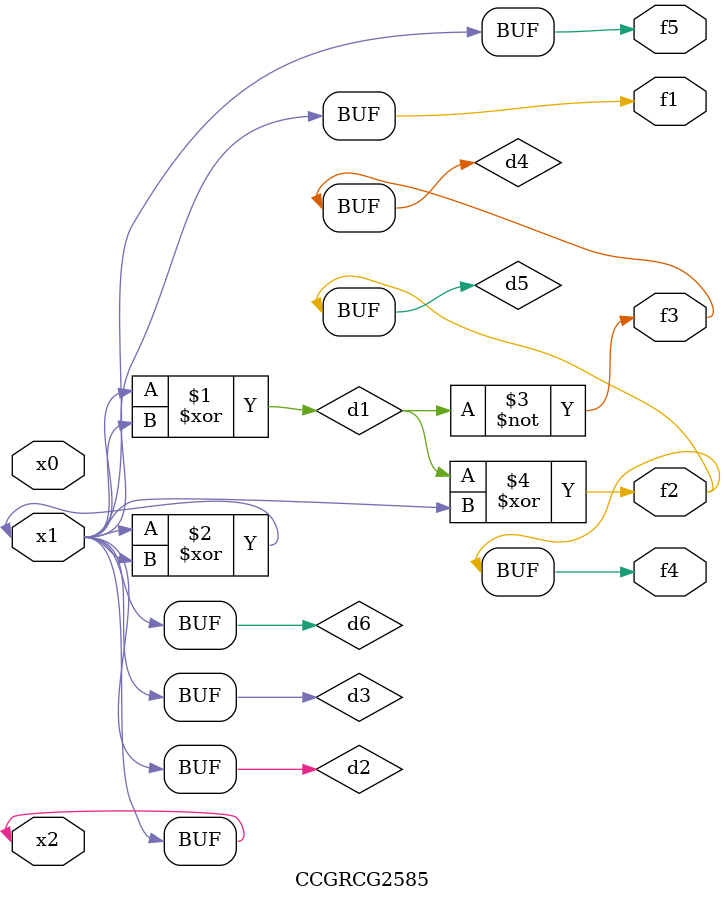
<source format=v>
module CCGRCG2585(
	input x0, x1, x2,
	output f1, f2, f3, f4, f5
);

	wire d1, d2, d3, d4, d5, d6;

	xor (d1, x1, x2);
	buf (d2, x1, x2);
	xor (d3, x1, x2);
	nor (d4, d1);
	xor (d5, d1, d2);
	buf (d6, d2, d3);
	assign f1 = d6;
	assign f2 = d5;
	assign f3 = d4;
	assign f4 = d5;
	assign f5 = d6;
endmodule

</source>
